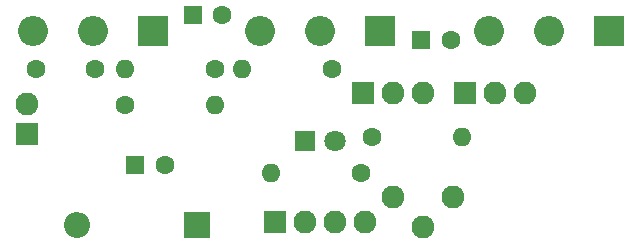
<source format=gbr>
%TF.GenerationSoftware,KiCad,Pcbnew,(5.99.0-7043-g7933935b4a)*%
%TF.CreationDate,2020-11-17T10:52:04+02:00*%
%TF.ProjectId,soul-fuzz,736f756c-2d66-4757-9a7a-2e6b69636164,rev?*%
%TF.SameCoordinates,Original*%
%TF.FileFunction,Soldermask,Top*%
%TF.FilePolarity,Negative*%
%FSLAX46Y46*%
G04 Gerber Fmt 4.6, Leading zero omitted, Abs format (unit mm)*
G04 Created by KiCad (PCBNEW (5.99.0-7043-g7933935b4a)) date 2020-11-17 10:52:04*
%MOMM*%
%LPD*%
G01*
G04 APERTURE LIST*
%ADD10R,1.930400X1.930400*%
%ADD11O,1.930400X1.930400*%
%ADD12C,1.600000*%
%ADD13O,1.600000X1.600000*%
%ADD14R,2.540000X2.540000*%
%ADD15O,2.540000X2.540000*%
%ADD16R,2.200000X2.200000*%
%ADD17O,2.200000X2.200000*%
%ADD18R,1.600000X1.600000*%
%ADD19R,1.800000X1.800000*%
%ADD20C,1.800000*%
G04 APERTURE END LIST*
D10*
%TO.C,J2*%
X115170000Y-106120000D03*
D11*
X115170000Y-103580000D03*
%TD*%
D12*
%TO.C,R4*%
X131160001Y-100619999D03*
D13*
X123540001Y-100619999D03*
%TD*%
D14*
%TO.C,RV2*%
X145120000Y-97440000D03*
D15*
X140040000Y-97440000D03*
X134960000Y-97440000D03*
%TD*%
D10*
%TO.C,J1*%
X136230000Y-113630000D03*
D11*
X138770000Y-113630000D03*
X141310000Y-113630000D03*
X143850000Y-113630000D03*
%TD*%
D14*
%TO.C,RV1*%
X164490000Y-97460000D03*
D15*
X159410000Y-97460000D03*
X154330000Y-97460000D03*
%TD*%
D16*
%TO.C,D1*%
X129580000Y-113860000D03*
D17*
X119420000Y-113860000D03*
%TD*%
D12*
%TO.C,R5*%
X143440000Y-109460000D03*
D13*
X135820000Y-109460000D03*
%TD*%
D12*
%TO.C,R2*%
X144400000Y-106420000D03*
D13*
X152020000Y-106420000D03*
%TD*%
D12*
%TO.C,C3*%
X120940000Y-100640000D03*
X115940000Y-100640000D03*
%TD*%
D11*
%TO.C,RV4*%
X151280000Y-111460000D03*
X148740000Y-114000000D03*
X146200000Y-111460000D03*
%TD*%
D14*
%TO.C,RV3*%
X125840000Y-97450000D03*
D15*
X120760000Y-97450000D03*
X115680000Y-97450000D03*
%TD*%
D18*
%TO.C,C1*%
X148570000Y-98190000D03*
D12*
X151070000Y-98190000D03*
%TD*%
D18*
%TO.C,C2*%
X129250000Y-96060000D03*
D12*
X131750000Y-96060000D03*
%TD*%
%TO.C,R1*%
X141050000Y-100660000D03*
D13*
X133430000Y-100660000D03*
%TD*%
D12*
%TO.C,R3*%
X123530000Y-103680000D03*
D13*
X131150000Y-103680000D03*
%TD*%
D10*
%TO.C,Q1*%
X152290000Y-102650000D03*
D11*
X154830000Y-102650000D03*
X157370000Y-102650000D03*
%TD*%
D18*
%TO.C,C4*%
X124360000Y-108740000D03*
D12*
X126860000Y-108740000D03*
%TD*%
D10*
%TO.C,Q2*%
X143610000Y-102640000D03*
D11*
X146150000Y-102640000D03*
X148690000Y-102640000D03*
%TD*%
D19*
%TO.C,D2*%
X138776941Y-106730000D03*
D20*
X141316941Y-106730000D03*
%TD*%
M02*

</source>
